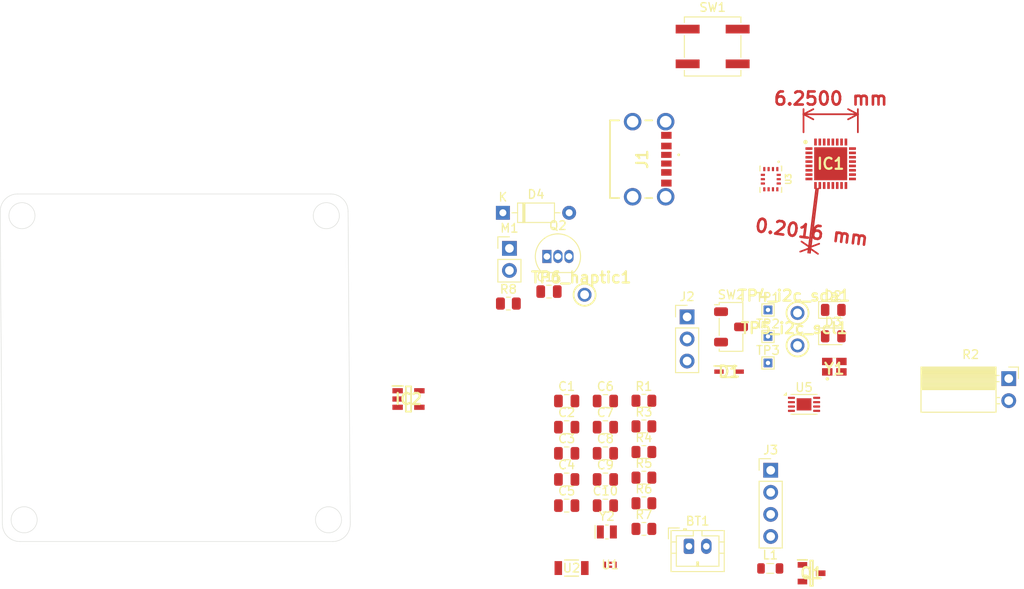
<source format=kicad_pcb>
(kicad_pcb (version 20240108) (generator "pcbnew") (generator_version "8.0")
  (layers (0 "F.Cu" signal) (31 "B.Cu" signal) (34 "B.Paste" user) (35 "F.Paste" user) (36 "B.SilkS" user "B.Silkscreen") (37 "F.SilkS" user "F.Silkscreen") (38 "B.Mask" user) (39 "F.Mask" user) (44 "Edge.Cuts" user))
  (net 0 "")
  (net 1 "GND")
  (net 2 "/VBAT+")
  (net 3 "/RCC_OSC32_IN")
  (net 4 "/RCC_OSC32_OUT")
  (net 5 "/NRST")
  (net 6 "/RF1")
  (net 7 "Net-(U1-IN)")
  (net 8 "Net-(D1-K)")
  (net 9 "Net-(IC1-VCAP)")
  (net 10 "+3.3V")
  (net 11 "/VBUS")
  (net 12 "Net-(D2-A)")
  (net 13 "Net-(D3-A)")
  (net 14 "/USART1_RX")
  (net 15 "/INT1")
  (net 17 "/LPUSART1_RX")
  (net 18 "/LED0")
  (net 19 "/LED1")
  (net 20 "/OSCIN")
  (net 22 "/STAT")
  (net 23 "/USART1_TX")
  (net 24 "/SWDIO")
  (net 26 "/OSCOUT")
  (net 27 "/ADC1_P")
  (net 28 "/SWCLK")
  (net 29 "/LPUSART1_TX")
  (net 30 "/I2C1_SDA")
  (net 31 "Net-(D4-A)")
  (net 32 "/I2C1_SCL")
  (net 33 "Net-(IC2-EN)")
  (net 36 "Net-(J1-CC2)")
  (net 38 "Net-(J1-CC1)")
  (net 41 "Net-(U5-PROG)")
  (net 42 "Net-(U1-OUT)")
  (net 52 "/HAPTIC")
  (net 53 "Net-(Q2-B)")
  (footprint "A_wearables:DLF-4_1P6X0P8" (layer "F.Cu") (at 129.9657 97.5493)
    (property "Reference" "U1" (at 0 0 0) (layer "F.SilkS"))
    (property "Value" "DLF162500LT-5028A1")
    (pad "1" smd rect (at -0.6096 0) (size 0.2794 0.7112) (layers "F.Cu" "F.Paste" "F.Mask") (net 7 "Net-(U1-IN)"))
    (pad "2" smd rect (at 0 -0.2286 90) (size 0.254 0.4572) (layers "F.Cu" "F.Paste" "F.Mask") (net 1 "GND"))
    (pad "3" smd rect (at 0.6096 0) (size 0.2794 0.7112) (layers "F.Cu" "F.Paste" "F.Mask") (net 42 "Net-(U1-OUT)"))
    (pad "4" smd rect (at 0 0.2286 90) (size 0.254 0.4572) (layers "F.Cu" "F.Paste" "F.Mask") (net 1 "GND"))
  )
  (footprint "Resistor_SMD:R_0805_2012Metric" (layer "F.Cu") (at 133.845 78.675)
    (property "Reference" "R1" (at 0 -1.65 0) (layer "F.SilkS"))
    (property "Value" "10k")
    (fp_line (start -0.227064 -0.735) (end 0.227064 -0.735) (stroke (width 0.12)) (layer "F.SilkS"))
    (fp_line (start -0.227064 0.735) (end 0.227064 0.735) (stroke (width 0.12)) (layer "F.SilkS"))
    (pad "1" smd roundrect (at -0.9125 0) (size 1.025 1.4) (layers "F.Cu" "F.Paste" "F.Mask") (roundrect_rratio 0.243902) (net 10 "+3.3V"))
    (pad "2" smd roundrect (at 0.9125 0) (size 1.025 1.4) (layers "F.Cu" "F.Paste" "F.Mask") (roundrect_rratio 0.243902) (net 27 "/ADC1_P"))
  )
  (footprint "Capacitor_SMD:C_0805_2012Metric" (layer "F.Cu") (at 122.93 66.11)
    (property "Reference" "C11" (at 0 -1.68 0) (layer "F.SilkS"))
    (property "Value" "0.1uF")
    (fp_line (start -0.261252 -0.735) (end 0.261252 -0.735) (stroke (width 0.12)) (layer "F.SilkS"))
    (fp_line (start -0.261252 0.735) (end 0.261252 0.735) (stroke (width 0.12)) (layer "F.SilkS"))
    (pad "1" smd roundrect (at -0.95 0) (size 1 1.45) (layers "F.Cu" "F.Paste" "F.Mask") (net 10 "+3.3V"))
    (pad "2" smd roundrect (at 0.95 0) (size 1 1.45) (layers "F.Cu" "F.Paste" "F.Mask") (net 31 "Net-(D4-A)"))
  )
  (footprint "Connector_PinHeader_2.54mm:PinHeader_1x04_P2.54mm_Vertical" (layer "F.Cu") (at 148.425 86.675)
    (property "Reference" "J3" (at 0 -2.33 0) (layer "F.SilkS"))
    (property "Value" "Conn_01x04")
    (fp_line (start -1.33 -1.33) (end 0 -1.33) (stroke (width 0.12)) (layer "F.SilkS"))
    (fp_line (start -1.33 0) (end -1.33 -1.33) (stroke (width 0.12)) (layer "F.SilkS"))
    (fp_line (start -1.33 1.27) (end -1.33 8.95) (stroke (width 0.12)) (layer "F.SilkS"))
    (fp_line (start -1.33 1.27) (end 1.33 1.27) (stroke (width 0.12)) (layer "F.SilkS"))
    (fp_line (start -1.33 8.95) (end 1.33 8.95) (stroke (width 0.12)) (layer "F.SilkS"))
    (fp_line (start 1.33 1.27) (end 1.33 8.95) (stroke (width 0.12)) (layer "F.SilkS"))
    (pad "1" thru_hole rect (at 0 0) (size 1.7 1.7) (drill 1) (layers "*.Cu" "*.Mask") (net 24 "/SWDIO"))
    (pad "2" thru_hole oval (at 0 2.54) (size 1.7 1.7) (drill 1) (layers "*.Cu" "*.Mask") (net 28 "/SWCLK"))
    (pad "3" thru_hole oval (at 0 5.08) (size 1.7 1.7) (drill 1) (layers "*.Cu" "*.Mask") (net 10 "+3.3V"))
    (pad "4" thru_hole oval (at 0 7.62) (size 1.7 1.7) (drill 1) (layers "*.Cu" "*.Mask") (net 1 "GND"))
  )
  (footprint "A_wearables:5000" (layer "F.Cu") (at 151.51 72.31)
    (property "Reference" "TP5_i2c_scl1" (at -0.392 -1.99 0) (layer "F.SilkS") (effects (font (size 1.27 1.27) (thickness 0.254))))
    (property "Value" "TestPoint" (hide yes))
    (fp_circle (center 0 0) (end 0 1.27) (stroke (width 0.2)) (fill none) (layer "F.SilkS"))
    (pad "1" thru_hole circle (at 0 0) (size 1.6 1.6) (drill 1.02) (layers "*.Cu" "*.Mask") (net 32 "/I2C1_SCL"))
  )
  (footprint "LED_SMD:LED_0805_2012Metric" (layer "F.Cu") (at 155.625 68.22)
    (property "Reference" "D2" (at 0 -1.65 0) (layer "F.SilkS"))
    (property "Value" "LED")
    (fp_line (start -1.685 -0.96) (end -1.685 0.96) (stroke (width 0.12)) (layer "F.SilkS"))
    (fp_line (start -1.685 0.96) (end 1 0.96) (stroke (width 0.12)) (layer "F.SilkS"))
    (fp_line (start 1 -0.96) (end -1.685 -0.96) (stroke (width 0.12)) (layer "F.SilkS"))
    (pad "1" smd roundrect (at -0.9375 0) (size 0.975 1.4) (layers "F.Cu" "F.Paste" "F.Mask") (net 1 "GND"))
    (pad "2" smd roundrect (at 0.9375 0) (size 0.975 1.4) (layers "F.Cu" "F.Paste" "F.Mask") (net 12 "Net-(D2-A)"))
  )
  (footprint "Capacitor_SMD:C_0805_2012Metric" (layer "F.Cu") (at 129.415 81.715)
    (property "Reference" "C7" (at 0 -1.68 0) (layer "F.SilkS"))
    (property "Value" "0.1uF")
    (fp_line (start -0.261252 -0.735) (end 0.261252 -0.735) (stroke (width 0.12)) (layer "F.SilkS"))
    (fp_line (start -0.261252 0.735) (end 0.261252 0.735) (stroke (width 0.12)) (layer "F.SilkS"))
    (pad "1" smd roundrect (at -0.95 0) (size 1 1.45) (layers "F.Cu" "F.Paste" "F.Mask") (net 1 "GND"))
    (pad "2" smd roundrect (at 0.95 0) (size 1 1.45) (layers "F.Cu" "F.Paste" "F.Mask") (net 9 "Net-(IC1-VCAP)"))
  )
  (footprint "Diode_THT:D_DO-35_SOD27_P7.62mm_Horizontal" (layer "F.Cu") (at 117.63 57.04)
    (property "Reference" "D4" (at 3.81 -2.12 0) (layer "F.SilkS"))
    (property "Value" "1N4148")
    (fp_line (start 1.04 0) (end 1.69 0) (stroke (width 0.12)) (layer "F.SilkS"))
    (fp_line (start 1.69 -1.12) (end 1.69 1.12) (stroke (width 0.12)) (layer "F.SilkS"))
    (fp_line (start 1.69 1.12) (end 5.93 1.12) (stroke (width 0.12)) (layer "F.SilkS"))
    (fp_line (start 2.29 -1.12) (end 2.29 1.12) (stroke (width 0.12)) (layer "F.SilkS"))
    (fp_line (start 2.41 -1.12) (end 2.41 1.12) (stroke (width 0.12)) (layer "F.SilkS"))
    (fp_line (start 2.53 -1.12) (end 2.53 1.12) (stroke (width 0.12)) (layer "F.SilkS"))
    (fp_line (start 5.93 -1.12) (end 1.69 -1.12) (stroke (width 0.12)) (layer "F.SilkS"))
    (fp_line (start 5.93 1.12) (end 5.93 -1.12) (stroke (width 0.12)) (layer "F.SilkS"))
    (fp_line (start 6.58 0) (end 5.93 0) (stroke (width 0.12)) (layer "F.SilkS"))
    (fp_text user "K" (at 0 -1.8 0) (layer "F.SilkS"))
    (pad "1" thru_hole rect (at 0 0) (size 1.6 1.6) (drill 0.8) (layers "*.Cu" "*.Mask") (net 10 "+3.3V"))
    (pad "2" thru_hole oval (at 7.62 0) (size 1.6 1.6) (drill 0.8) (layers "*.Cu" "*.Mask") (net 31 "Net-(D4-A)"))
  )
  (footprint "Connector_PinSocket_2.54mm:PinSocket_1x02_P2.54mm_Horizontal" (layer "F.Cu") (at 175.8 76.125)
    (property "Reference" "R2" (at -4.38 -2.77 0) (layer "F.SilkS"))
    (property "Value" "R_Variable")
    (fp_line (start -10.09 -1.33) (end -10.09 3.87) (stroke (width 0.12)) (layer "F.SilkS"))
    (fp_line (start -10.09 -1.33) (end -1.46 -1.33) (stroke (width 0.12)) (layer "F.SilkS"))
    (fp_line (start -10.09 -1.21) (end -1.46 -1.21) (stroke (width 0.12)) (layer "F.SilkS"))
    (fp_line (start -10.09 -1.091905) (end -1.46 -1.091905) (stroke (width 0.12)) (layer "F.SilkS"))
    (fp_line (start -10.09 -0.97381) (end -1.46 -0.97381) (stroke (width 0.12)) (layer "F.SilkS"))
    (fp_line (start -10.09 -0.855715) (end -1.46 -0.855715) (stroke (width 0.12)) (layer "F.SilkS"))
    (fp_line (start -10.09 -0.73762) (end -1.46 -0.73762) (stroke (width 0.12)) (layer "F.SilkS"))
    (fp_line (start -10.09 -0.619525) (end -1.46 -0.619525) (stroke (width 0.12)) (layer "F.SilkS"))
    (fp_line (start -10.09 -0.50143) (end -1.46 -0.50143) (stroke (width 0.12)) (layer "F.SilkS"))
    (fp_line (start -10.09 -0.383335) (end -1.46 -0.383335) (stroke (width 0.12)) (layer "F.SilkS"))
    (fp_line (start -10.09 -0.26524) (end -1.46 -0.26524) (stroke (width 0.12)) (layer "F.SilkS"))
    (fp_line (start -10.09 -0.147145) (end -1.46 -0.147145) (stroke (width 0.12)) (layer "F.SilkS"))
    (fp_line (start -10.09 -0.02905) (end -1.46 -0.02905) (stroke (width 0.12)) (layer "F.SilkS"))
    (fp_line (start -10.09 0.089045) (end -1.46 0.089045) (stroke (width 0.12)) (layer "F.SilkS"))
    (fp_line (start -10.09 0.20714) (end -1.46 0.20714) (stroke (width 0.12)) (layer "F.SilkS"))
    (fp_line (start -10.09 0.325235) (end -1.46 0.325235) (stroke (width 0.12)) (layer "F.SilkS"))
    (fp_line (start -10.09 0.44333) (end -1.46 0.44333) (stroke (width 0.12)) (layer "F.SilkS"))
    (fp_line (start -10.09 0.561425) (end -1.46 0.561425) (stroke (width 0.12)) (layer "F.SilkS"))
    (fp_line (start -10.09 0.67952) (end -1.46 0.67952) (stroke (width 0.12)) (layer "F.SilkS"))
    (fp_line (start -10.09 0.797615) (end -1.46 0.797615) (stroke (width 0.12)) (layer "F.SilkS"))
    (fp_line (start -10.09 0.91571) (end -1.46 0.91571) (stroke (width 0.12)) (layer "F.SilkS"))
    (fp_line (start -10.09 1.033805) (end -1.46 1.033805) (stroke (width 0.12)) (layer "F.SilkS"))
    (fp_line (start -10.09 1.1519) (end -1.46 1.1519) (stroke (width 0.12)) (layer "F.SilkS"))
    (fp_line (start -10.09 1.27) (end -1.46 1.27) (stroke (width 0.12)) (layer "F.SilkS"))
    (fp_line (start -10.09 3.87) (end -1.46 3.87) (stroke (width 0.12)) (layer "F.SilkS"))
    (fp_line (start -1.46 -1.33) (end -1.46 3.87) (stroke (width 0.12)) (layer "F.SilkS"))
    (fp_line (start -1.46 -0.36) (end -1.11 -0.36) (stroke (width 0.12)) (layer "F.SilkS"))
    (fp_line (start -1.46 0.36) (end -1.11 0.36) (stroke (width 0.12)) (layer "F.SilkS"))
    (fp_line (start -1.46 2.18) (end -1.05 2.18) (stroke (width 0.12)) (layer "F.SilkS"))
    (fp_line (start -1.46 2.9) (end -1.05 2.9) (stroke (width 0.12)) (layer "F.SilkS"))
    (fp_line (start 0 -1.33) (end 1.11 -1.33) (stroke (width 0.12)) (layer "F.SilkS"))
    (fp_line (start 1.11 -1.33) (end 1.11 0) (stroke (width 0.12)) (layer "F.SilkS"))
    (pad "1" thru_hole rect (at 0 0) (size 1.7 1.7) (drill 1) (layers "*.Cu" "*.Mask") (net 27 "/ADC1_P"))
    (pad "2" thru_hole oval (at 0 2.54) (size 1.7 1.7) (drill 1) (layers "*.Cu" "*.Mask") (net 1 "GND"))
  )
  (footprint "Resistor_SMD:R_0805_2012Metric" (layer "F.Cu") (at 133.845 90.475)
    (property "Reference" "R6" (at 0 -1.65 0) (layer "F.SilkS"))
    (property "Value" "300")
    (fp_line (start -0.227064 -0.735) (end 0.227064 -0.735) (stroke (width 0.12)) (layer "F.SilkS"))
    (fp_line (start -0.227064 0.735) (end 0.227064 0.735) (stroke (width 0.12)) (layer "F.SilkS"))
    (pad "1" smd roundrect (at -0.9125 0) (size 1.025 1.4) (layers "F.Cu" "F.Paste" "F.Mask") (roundrect_rratio 0.243902) (net 19 "/LED1"))
    (pad "2" smd roundrect (at 0.9125 0) (size 1.025 1.4) (layers "F.Cu" "F.Paste" "F.Mask") (roundrect_rratio 0.243902) (net 12 "Net-(D2-A)"))
  )
  (footprint "Capacitor_SMD:C_0805_2012Metric" (layer "F.Cu") (at 129.415 90.745)
    (property "Reference" "C10" (at 0 -1.68 0) (layer "F.SilkS"))
    (property "Value" "0.1uF")
    (fp_line (start -0.261252 -0.735) (end 0.261252 -0.735) (stroke (width 0.12)) (layer "F.SilkS"))
    (fp_line (start -0.261252 0.735) (end 0.261252 0.735) (stroke (width 0.12)) (layer "F.SilkS"))
    (pad "1" smd roundrect (at -0.95 0) (size 1 1.45) (layers "F.Cu" "F.Paste" "F.Mask") (net 10 "+3.3V"))
    (pad "2" smd roundrect (at 0.95 0) (size 1 1.45) (layers "F.Cu" "F.Paste" "F.Mask") (net 1 "GND"))
  )
  (footprint "Button_Switch_SMD:SW_SPST_B3SL-1002P" (layer "F.Cu") (at 141.75 37.9)
    (property "Reference" "SW1" (at 0 -4.5 0) (layer "F.SilkS"))
    (property "Value" "Reset")
    (fp_line (start -3.25 -3.4) (end -3.25 -2.75) (stroke (width 0.12)) (layer "F.SilkS"))
    (fp_line (start -3.25 -1.25) (end -3.25 1.25) (stroke (width 0.12)) (layer "F.SilkS"))
    (fp_line (start -3.25 3.4) (end -3.25 2.75) (stroke (width 0.12)) (layer "F.SilkS"))
    (fp_line (start 3.25 -3.4) (end -3.25 -3.4) (stroke (width 0.12)) (layer "F.SilkS"))
    (fp_line (start 3.25 -2.75) (end 3.25 -3.4) (stroke (width 0.12)) (layer "F.SilkS"))
    (fp_line (start 3.25 -1.25) (end 3.25 1.25) (stroke (width 0.12)) (layer "F.SilkS"))
    (fp_line (start 3.25 2.75) (end 3.25 3.4) (stroke (width 0.12)) (layer "F.SilkS"))
    (fp_line (start 3.25 3.4) (end -3.25 3.4) (stroke (width 0.12)) (layer "F.SilkS"))
    (pad "1" smd rect (at -2.875 -2) (size 2.75 1) (layers "F.Cu" "F.Paste" "F.Mask") (net 5 "/NRST"))
    (pad "1" smd rect (at 2.875 -2) (size 2.75 1) (layers "F.Cu" "F.Paste" "F.Mask") (net 5 "/NRST"))
    (pad "2" smd rect (at -2.875 2) (size 2.75 1) (layers "F.Cu" "F.Paste" "F.Mask") (net 1 "GND"))
    (pad "2" smd rect (at 2.875 2) (size 2.75 1) (layers "F.Cu" "F.Paste" "F.Mask") (net 1 "GND"))
  )
  (footprint "Connector_PinHeader_2.54mm:PinHeader_1x03_P2.54mm_Vertical" (layer "F.Cu") (at 138.815 69.025)
    (property "Reference" "J2" (at 0 -2.33 0) (layer "F.SilkS"))
    (property "Value" "Conn_01x03")
    (fp_line (start -1.33 -1.33) (end 0 -1.33) (stroke (width 0.12)) (layer "F.SilkS"))
    (fp_line (start -1.33 0) (end -1.33 -1.33) (stroke (width 0.12)) (layer "F.SilkS"))
    (fp_line (start -1.33 1.27) (end -1.33 6.41) (stroke (width 0.12)) (layer "F.SilkS"))
    (fp_line (start -1.33 1.27) (end 1.33 1.27) (stroke (width 0.12)) (layer "F.SilkS"))
    (fp_line (start -1.33 6.41) (end 1.33 6.41) (stroke (width 0.12)) (layer "F.SilkS"))
    (fp_line (start 1.33 1.27) (end 1.33 6.41) (stroke (width 0.12)) (layer "F.SilkS"))
    (pad "1" thru_hole rect (at 0 0) (size 1.7 1.7) (drill 1) (layers "*.Cu" "*.Mask") (net 23 "/USART1_TX"))
    (pad "2" thru_hole oval (at 0 2.54) (size 1.7 1.7) (drill 1) (layers "*.Cu" "*.Mask") (net 14 "/USART1_RX"))
    (pad "3" thru_hole oval (at 0 5.08) (size 1.7 1.7) (drill 1) (layers "*.Cu" "*.Mask") (net 1 "GND"))
  )
  (footprint "Resistor_SMD:R_0805_2012Metric" (layer "F.Cu") (at 133.845 84.575)
    (property "Reference" "R4" (at 0 -1.65 0) (layer "F.SilkS"))
    (property "Value" "5.1k")
    (fp_line (start -0.227064 -0.735) (end 0.227064 -0.735) (stroke (width 0.12)) (layer "F.SilkS"))
    (fp_line (start -0.227064 0.735) (end 0.227064 0.735) (stroke (width 0.12)) (layer "F.SilkS"))
    (pad "1" smd roundrect (at -0.9125 0) (size 1.025 1.4) (layers "F.Cu" "F.Paste" "F.Mask") (roundrect_rratio 0.243902) (net 38 "Net-(J1-CC1)"))
    (pad "2" smd roundrect (at 0.9125 0) (size 1.025 1.4) (layers "F.Cu" "F.Paste" "F.Mask") (roundrect_rratio 0.243902) (net 1 "GND"))
  )
  (footprint "Connector_JST:JST_PH_B2B-PH-K_1x02_P2.00mm_Vertical" (layer "F.Cu") (at 139.025 95.425)
    (property "Reference" "BT1" (at 1 -2.9 0) (layer "F.SilkS"))
    (property "Value" "Battery_Cell")
    (fp_line (start -2.36 -2.11) (end -2.36 -0.86) (stroke (width 0.12)) (layer "F.SilkS"))
    (fp_line (start -2.06 -1.81) (end -2.06 2.91) (stroke (width 0.12)) (layer "F.SilkS"))
    (fp_line (start -2.06 -0.5) (end -1.45 -0.5) (stroke (width 0.12)) (layer "F.SilkS"))
    (fp_line (start -2.06 0.8) (end -1.45 0.8) (stroke (width 0.12)) (layer "F.SilkS"))
    (fp_line (start -2.06 2.91) (end 4.06 2.91) (stroke (width 0.12)) (layer "F.SilkS"))
    (fp_line (start -1.45 -1.2) (end -1.45 2.3) (stroke (width 0.12)) (layer "F.SilkS"))
    (fp_line (start -1.45 2.3) (end 3.45 2.3) (stroke (width 0.12)) (layer "F.SilkS"))
    (fp_line (start -1.11 -2.11) (end -2.36 -2.11) (stroke (width 0.12)) (layer "F.SilkS"))
    (fp_line (start -0.6 -2.01) (end -0.6 -1.81) (stroke (width 0.12)) (layer "F.SilkS"))
    (fp_line (start -0.3 -2.01) (end -0.6 -2.01) (stroke (width 0.12)) (layer "F.SilkS"))
    (fp_line (start -0.3 -1.91) (end -0.6 -1.91) (stroke (width 0.12)) (layer "F.SilkS"))
    (fp_line (start -0.3 -1.81) (end -0.3 -2.01) (stroke (width 0.12)) (layer "F.SilkS"))
    (fp_line (start 0.5 -1.81) (end 0.5 -1.2) (stroke (width 0.12)) (layer "F.SilkS"))
    (fp_line (start 0.5 -1.2) (end -1.45 -1.2) (stroke (width 0.12)) (layer "F.SilkS"))
    (fp_line (start 0.9 1.8) (end 1.1 1.8) (stroke (width 0.12)) (layer "F.SilkS"))
    (fp_line (start 0.9 2.3) (end 0.9 1.8) (stroke (width 0.12)) (layer "F.SilkS"))
    (fp_line (start 1 2.3) (end 1 1.8) (stroke (width 0.12)) (layer "F.SilkS"))
    (fp_line (start 1.1 1.8) (end 1.1 2.3) (stroke (width 0.12)) (layer "F.SilkS"))
    (fp_line (start 1.5 -1.2) (end 1.5 -1.81) (stroke (width 0.12)) (layer "F.SilkS"))
    (fp_line (start 3.45 -1.2) (end 1.5 -1.2) (stroke (width 0.12)) (layer "F.SilkS"))
    (fp_line (start 3.45 2.3) (end 3.45 -1.2) (stroke (width 0.12)) (layer "F.SilkS"))
    (fp_line (start 4.06 -1.81) (end -2.06 -1.81) (stroke (width 0.12)) (layer "F.SilkS"))
    (fp_line (start 4.06 -0.5) (end 3.45 -0.5) (stroke (width 0.12)) (layer "F.SilkS"))
    (fp_line (start 4.06 0.8) (end 3.45 0.8) (stroke (width 0.12)) (layer "F.SilkS"))
    (fp_line (start 4.06 2.91) (end 4.06 -1.81) (stroke (width 0.12)) (layer "F.SilkS"))
    (pad "1" thru_hole roundrect (at 0 0) (size 1.2 1.75) (drill 0.75) (layers "*.Cu" "*.Mask") (roundrect_rratio 0.208333) (net 2 "/VBAT+"))
    (pad "2" thru_hole oval (at 2 0) (size 1.2 1.75) (drill 0.75) (layers "*.Cu" "*.Mask") (net 1 "GND"))
  )
  (footprint "Crystal:Crystal_SMD_MicroCrystal_CC8V-T1A-2Pin_2.0x1.2mm" (layer "F.Cu") (at 129.585 93.775)
    (property "Reference" "Y2" (at 0 -1.8 0) (layer "F.SilkS"))
    (property "Value" "Crystal")
    (fp_line (start -1.35 -0.75) (end -1.35 0.75) (stroke (width 0.12)) (layer "F.SilkS"))
    (fp_line (start -0.15 -0.8) (end 0.15 -0.8) (stroke (width 0.12)) (layer "F.SilkS"))
    (fp_line (start -0.15 0.8) (end 0.15 0.8) (stroke (width 0.12)) (layer "F.SilkS"))
    (pad "1" smd rect (at -0.75 0) (size 0.8 1.5) (layers "F.Cu" "F.Paste" "F.Mask") (net 3 "/RCC_OSC32_IN"))
    (pad "2" smd rect (at 0.75 0) (size 0.8 1.5) (layers "F.Cu" "F.Paste" "F.Mask") (net 4 "/RCC_OSC32_OUT"))
  )
  (footprint "TestPoint:TestPoint_THTPad_1.0x1.0mm_Drill0.5mm" (layer "F.Cu") (at 148.115 74.325)
    (property "Reference" "TP3" (at 0 -1.448 0) (layer "F.SilkS"))
    (property "Value" "TestPoint")
    (fp_line (start -0.7 -0.7) (end 0.7 -0.7) (stroke (width 0.12)) (layer "F.SilkS"))
    (fp_line (start -0.7 0.7) (end -0.7 -0.7) (stroke (width 0.12)) (layer "F.SilkS"))
    (fp_line (start 0.7 -0.7) (end 0.7 0.7) (stroke (width 0.12)) (layer "F.SilkS"))
    (fp_line (start 0.7 0.7) (end -0.7 0.7) (stroke (width 0.12)) (layer "F.SilkS"))
    (pad "1" thru_hole rect (at 0 0) (size 1 1) (drill 0.5) (layers "*.Cu" "*.Mask") (net 8 "Net-(D1-K)"))
  )
  (footprint "Resistor_SMD:R_0805_2012Metric" (layer "F.Cu") (at 133.845 93.425)
    (property "Reference" "R7" (at 0 -1.65 0) (layer "F.SilkS"))
    (property "Value" "300")
    (fp_line (start -0.227064 -0.735) (end 0.227064 -0.735) (stroke (width 0.12)) (layer "F.SilkS"))
    (fp_line (start -0.227064 0.735) (end 0.227064 0.735) (stroke (width 0.12)) (layer "F.SilkS"))
    (pad "1" smd roundrect (at -0.9125 0) (size 1.025 1.4) (layers "F.Cu" "F.Paste" "F.Mask") (roundrect_rratio 0.243902) (net 18 "/LED0"))
    (pad "2" smd roundrect (at 0.9125 0) (size 1.025 1.4) (layers "F.Cu" "F.Paste" "F.Mask") (roundrect_rratio 0.243902) (net 13 "Net-(D3-A)"))
  )
  (footprint "Capacitor_SMD:C_0805_2012Metric" (layer "F.Cu") (at 129.415 84.725)
    (property "Reference" "C8" (at 0 -1.68 0) (layer "F.SilkS"))
    (property "Value" "4.7uF")
    (fp_line (start -0.261252 -0.735) (end 0.261252 -0.735) (stroke (width 0.12)) (layer "F.SilkS"))
    (fp_line (start -0.261252 0.735) (end 0.261252 0.735) (stroke (width 0.12)) (layer "F.SilkS"))
    (pad "1" smd roundrect (at -0.95 0) (size 1 1.45) (layers "F.Cu" "F.Paste" "F.Mask") (net 10 "+3.3V"))
    (pad "2" smd roundrect (at 0.95 0) (size 1 1.45) (layers "F.Cu" "F.Paste" "F.Mask") (net 1 "GND"))
  )
  (footprint "LED_SMD:LED_0805_2012Metric" (layer "F.Cu") (at 155.625 71.26)
    (property "Reference" "D3" (at 0 -1.65 0) (layer "F.SilkS"))
    (property "Value" "LED")
    (fp_line (start -1.685 -0.96) (end -1.685 0.96) (stroke (width 0.12)) (layer "F.SilkS"))
    (fp_line (start -1.685 0.96) (end 1 0.96) (stroke (width 0.12)) (layer "F.SilkS"))
    (fp_line (start 1 -0.96) (end -1.685 -0.96) (stroke (width 0.12)) (layer "F.SilkS"))
    (pad "1" smd roundrect (at -0.9375 0) (size 0.975 1.4) (layers "F.Cu" "F.Paste" "F.Mask") (net 1 "GND"))
    (pad "2" smd roundrect (at 0.9375 0) (size 0.975 1.4) (layers "F.Cu" "F.Paste" "F.Mask") (net 13 "Net-(D3-A)"))
  )
  (footprint "Resistor_SMD:R_0805_2012Metric" (layer "F.Cu") (at 133.845 81.625)
    (property "Reference" "R3" (at 0 -1.65 0) (layer "F.SilkS"))
    (property "Value" "10k")
    (fp_line (start -0.227064 -0.735) (end 0.227064 -0.735) (stroke (width 0.12)) (layer "F.SilkS"))
    (fp_line (start -0.227064 0.735) (end 0.227064 0.735) (stroke (width 0.12)) (layer "F.SilkS"))
    (pad "1" smd roundrect (at -0.9125 0) (size 1.025 1.4) (layers "F.Cu" "F.Paste" "F.Mask") (roundrect_rratio 0.243902) (net 41 "Net-(U5-PROG)"))
    (pad "2" smd roundrect (at 0.9125 0) (size 1.025 1.4) (layers "F.Cu" "F.Paste" "F.Mask") (roundrect_rratio 0.243902) (net 1 "GND"))
  )
  (footprint "A_wearables:2450AT18A100E_JOT" (layer "F.Cu") (at 125.525801 97.9303)
    (property "Reference" "U2" (at 0 0 0) (layer "F.SilkS"))
    (property "Value" "2450AT18A100E")
    (fp_line (start -0.784451 0.9271) (end 0.784451 0.9271) (stroke (width 0.1524)) (layer "F.SilkS"))
    (fp_line (start 0.784451 -0.9271) (end -0.784451 -0.9271) (stroke (width 0.1524)) (layer "F.SilkS"))
    (pad "1" smd rect (at -1.523801 0) (size 0.8636 1.6002) (layers "F.Cu" "F.Paste" "F.Mask") (net 42 "Net-(U1-OUT)"))
    (pad "2" smd rect (at 1.523801 0) (size 0.8636 1.6002) (layers "F.Cu" "F.Paste" "F.Mask"))
  )
  (footprint "Capacitor_SMD:C_0805_2012Metric" (layer "F.Cu") (at 124.965 87.735)
    (property "Reference" "C4" (at 0 -1.68 0) (layer "F.SilkS"))
    (property "Value" "0.8pF")
    (fp_line (start -0.261252 -0.735) (end 0.261252 -0.735) (stroke (width 0.12)) (layer "F.SilkS"))
    (fp_line (start -0.261252 0.735) (end 0.261252 0.735) (stroke (width 0.12)) (layer "F.SilkS"))
    (pad "1" smd roundrect (at -0.95 0) (size 1 1.45) (layers "F.Cu" "F.Paste" "F.Mask") (net 6 "/RF1"))
    (pad "2" smd roundrect (at 0.95 0) (size 1 1.45) (layers "F.Cu" "F.Paste" "F.Mask") (net 1 "GND"))
  )
  (footprint "A_wearables:2171750001" (layer "F.Cu") (at 133.3975 50.875 -90)
    (property "Reference" "J1" (at 0 -0.252 90) (layer "F.SilkS") (effects (font (size 1.27 1.27) (thickness 0.254))))
    (property "Value" "217175-0001" (hide yes))
    (fp_line (start -4.47 3.45) (end 4.47 3.45) (stroke (width 0.2)) (layer "F.SilkS"))
    (fp_line (start 4.47 3.45) (end 4.47 2.4) (stroke (width 0.2)) (layer "F.SilkS"))
    (fp_line (start -4.47 2.4) (end -4.47 3.45) (stroke (width 0.2)) (layer "F.SilkS"))
    (fp_line (start -4.47 -1.4) (end -4.47 -0.6) (stroke (width 0.2)) (layer "F.SilkS"))
    (fp_line (start 4.47 -1.4) (end 4.47 -0.6) (stroke (width 0.2)) (layer "F.SilkS"))
    (fp_line (start -0.5 -4.4) (end -0.5 -4.4) (stroke (width 0.2)) (layer "F.SilkS"))
    (fp_line (start -0.5 -4.5) (end -0.5 -4.5) (stroke (width 0.2)) (layer "F.SilkS"))
    (fp_line (start -0.5 -4.5) (end -0.5 -4.5) (stroke (width 0.2)) (layer "F.SilkS"))
    (fp_arc (start -0.5 -4.4) (mid -0.55 -4.45) (end -0.5 -4.5) (stroke (width 0.2)) (layer "F.SilkS"))
    (fp_arc (start -0.5 -4.4) (mid -0.55 -4.45) (end -0.5 -4.5) (stroke (width 0.2)) (layer "F.SilkS"))
    (fp_arc (start -0.5 -4.5) (mid -0.45 -4.45) (end -0.5 -4.4) (stroke (width 0.2)) (layer "F.SilkS"))
    (pad "A5" smd rect (at -0.5 -3.03 270) (size 0.7 1.2) (layers "F.Cu" "F.Paste" "F.Mask") (net 38 "Net-(J1-CC1)"))
    (pad "A9" smd rect (at 1.52 -3.03 270) (size 0.76 1.2) (layers "F.Cu" "F.Paste" "F.Mask") (net 11 "/VBUS"))
    (pad "A12" smd rect (at 2.75 -3.03 270) (size 0.8 1.2) (layers "F.Cu" "F.Paste" "F.Mask") (net 1 "GND"))
    (pad "B5" smd rect (at 0.5 -3.03 270) (size 0.7 1.2) (layers "F.Cu" "F.Paste" "F.Mask") (net 36 "Net-(J1-CC2)"))
    (pad "B9" smd rect (at -1.52 -3.03 270) (size 0.76 1.2) (layers "F.Cu" "F.Paste" "F.Mask") (net 11 "/VBUS"))
    (pad "B12" smd rect (at -2.75 -3.03 270) (size 0.8 1.2) (layers "F.Cu" "F.Paste" "F.Mask") (net 1 "GND"))
    (pad "MH1" thru_hole circle (at -4.32 0.85 270) (size 2.01 2.01) (drill 1.34) (layers "*.Cu" "*.Mask"))
    (pad "MH2" thru_hole circle (at 4.32 0.85 270) (size 2.01 2.01) (drill 1.34) (layers "*.Cu" "*.Mask"))
    (pad "MH3" thru_hole circle (at -4.32 -2.95 270) (size 2.01 2.01) (drill 1.34) (layers "*.Cu" "*.Mask"))
    (pad "MH4" thru_hole circle (at 4.32 -2.95 270) (size 2.01 2.01) (drill 1.34) (layers "*.Cu" "*.Mask"))
  )
  (footprint "A_wearables:XDCR_BMI270" (layer "F.Cu") (at 148.4375 53.175 -90)
    (property "Reference" "U3" (at -0.008 -2.0314 90) (layer "F.SilkS") (effects (font (size 0.64 0.64))))
    (property "Value" "BMI270")
    (fp_line (start -1.5 1.25) (end -0.945 1.25) (stroke (width 0.127)) (layer "F.SilkS"))
    (fp_line (start 0.945 1.25) (end 1.5 1.25) (stroke (width 0.127)) (layer "F.SilkS"))
    (fp_line (start -1.5 1.195) (end -1.5 1.25) (stroke (width 0.127)) (layer "F.SilkS"))
    (fp_line (start 1.5 1.195) (end 1.5 1.25) (stroke (width 0.127)) (layer "F.SilkS"))
    (fp_line (start -1.5 -1.25) (end -1.5 -1.195) (stroke (width 0.127)) (layer "F.SilkS"))
    (fp_line (start -1.5 -1.25) (end -0.945 -1.25) (stroke (width 0.127)) (layer "F.SilkS"))
    (fp_line (start 0.945 -1.25) (end 1.5 -1.25) (stroke (width 0.127)) (layer "F.SilkS"))
    (fp_line (start 1.5 -1.25) (end 1.5 -1.195) (stroke (width 0.127)) (layer "F.SilkS"))
    (fp_circle (center -2 -0.9) (end -1.925 -0.9) (stroke (width 0.15)) (fill none) (layer "F.SilkS"))
    (pad "1" smd rect (at -1.1625 -0.75 270) (size 0.475 0.25) (layers "F.Cu" "F.Paste" "F.Mask"))
    (pad "2" smd rect (at -1.1625 -0.25 270) (size 0.475 0.25) (layers "F.Cu" "F.Paste" "F.Mask"))
    (pad "3" smd rect (at -1.1625 0.25 270) (size 0.475 0.25) (layers "F.Cu" "F.Paste" "F.Mask"))
    (pad "4" smd rect (at -1.1625 0.75 270) (size 0.475 0.25) (layers "F.Cu" "F.Paste" "F.Mask") (net 15 "/INT1"))
    (pad "5" smd rect (at -0.5 0.9125 270) (size 0.25 0.475) (layers "F.Cu" "F.Paste" "F.Mask") (net 10 "+3.3V"))
    (pad "6" smd rect (at 0 0.9125 270) (size 0.25 0.475) (layers "F.Cu" "F.Paste" "F.Mask") (net 1 "GND"))
    (pad "7" smd rect (at 0.5 0.9125 270) (size 0.25 0.475) (layers "F.Cu" "F.Paste" "F.Mask") (net 1 "GND"))
    (pad "8" smd rect (at 1.1625 0.75 270) (size 0.475 0.25) (layers "F.Cu" "F.Paste" "F.Mask") (net 10 "+3.3V"))
    (pad "9" smd rect (at 1.1625 0.25 270) (size 0.475 0.25) (layers "F.Cu" "F.Paste" "F.Mask"))
    (pad "10" smd rect (at 1.1625 -0.25 270) (size 0.475 0.25) (layers "F.Cu" "F.Paste" "F.Mask"))
    (pad "11" smd rect (at 1.1625 -0.75 270) (size 0.475 0.25) (layers "F.Cu" "F.Paste" "F.Mask"))
    (pad "12" smd rect (at 0.5 -0.9125 270) (size 0.25 0.475) (layers "F.Cu" "F.Paste" "F.Mask"))
    (pad "13" smd rect (at 0 -0.9125 270) (size 0.25 0.475) (layers "F.Cu" "F.Paste" "F.Mask") (net 32 "/I2C1_SCL"))
    (pad "14" smd rect (at -0.5 -0.9125 270) (size 0.25 0.475) (layers "F.Cu" "F.Paste" "F.Mask") (net 30 "/I2C1_SDA"))
  )
  (footprint "A_wearables:SOT95P280X145-5N" (layer "F.Cu") (at 106.775 78.475)
    (property "Reference" "IC2" (at 0 0 0) (layer "F.SilkS") (effects (font (size 1.27 1.27) (thickness 0.254))))
    (property "Value" "TPS7A0228PDBVR" (hide yes))
    (fp_line (start -1.85 -1.5) (end -0.65 -1.5) (stroke (width 0.2)) (layer "F.SilkS"))
    (fp_line (start -0.3 -1.45) (end 0.3 -1.45) (stroke (width 0.2)) (layer "F.SilkS"))
    (fp_line (start -0.3 1.45) (end -0.3 -1.45) (stroke (width 0.2)) (layer "F.SilkS"))
    (fp_line (start 0.3 -1.45) (end 0.3 1.45) (stroke (width 0.2)) (layer "F.SilkS"))
    (fp_line (start 0.3 1.45) (end -0.3 1.45) (stroke (width 0.2)) (layer "F.SilkS"))
    (pad "1" smd rect (at -1.25 -0.95 90) (size 0.6 1.2) (layers "F.Cu" "F.Paste" "F.Mask") (net 8 "Net-(D1-K)"))
    (pad "2" smd rect (at -1.25 0 90) (size 0.6 1.2) (layers "F.Cu" "F.Paste" "F.Mask") (net 1 "GND"))
    (pad "3" smd rect (at -1.25 0.95 90) (size 0.6 1.2) (layers "F.Cu" "F.Paste" "F.Mask") (net 8 "Net-(D1-K)"))
    (pad "4" smd rect (at 1.25 0.95 90) (size 0.6 1.2) (layers "F.Cu" "F.Paste" "F.Mask"))
    (pad "5" smd rect (at 1.25 -0.95 90) (size 0.6 1.2) (layers "F.Cu" "F.Paste" "F.Mask") (net 10 "+3.3V"))
  )
  (footprint "TestPoint:TestPoint_THTPad_1.0x1.0mm_Drill0.5mm" (layer "F.Cu") (at 148.115 71.275)
    (property "Reference" "TP2" (at 0 -1.448 0) (layer "F.SilkS"))
    (property "Value" "TestPoint")
    (fp_line (start -0.7 -0.7) (end 0.7 -0.7) (stroke (width 0.12)) (layer "F.SilkS"))
    (fp_line (start -0.7 0.7) (end -0.7 -0.7) (stroke (width 0.12)) (layer "F.SilkS"))
    (fp_line (start 0.7 -0.7) (end 0.7 0.7) (stroke (width 0.12)) (layer "F.SilkS"))
    (fp_line (start 0.7 0.7) (end -0.7 0.7) (stroke (width 0.12)) (layer "F.SilkS"))
    (pad "1" thru_hole rect (at 0 0) (size 1 1) (drill 0.5) (layers "*.Cu" "*.Mask") (net 2 "/VBAT+"))
  )
  (footprint "Capacitor_SMD:C_0805_2012Metric" (layer "F.Cu") (at 124.965 84.725)
    (property "Reference" "C3" (at 0 -1.68 0) (layer "F.SilkS"))
    (property "Value" "0.1uF")
    (fp_line (start -0.261252 -0.735) (end 0.261252 -0.735) (stroke (width 0.12)) (layer "F.SilkS"))
    (fp_line (start -0.261252 0.735) (end 0.261252 0.735) (stroke (width 0.12)) (layer "F.SilkS"))
    (pad "1" smd roundrect (at -0.95 0) (size 1 1.45) (layers "F.Cu" "F.Paste" "F.Mask") (net 5 "/NRST"))
    (pad "2" smd roundrect (at 0.95 0) (size 1 1.45) (layers "F.Cu" "F.Paste" "F.Mask") (net 1 "GND"))
  )
  (footprint "TestPoint:TestPoint_THTPad_1.0x1.0mm_Drill0.5mm" (layer "F.Cu") (at 148.115 68.225)
    (property "Reference" "TP1" (at 0 -1.448 0) (layer "F.SilkS"))
    (property "Value" "TestPoint")
    (fp_line (start -0.7 -0.7) (end 0.7 -0.7) (stroke (width 0.12)) (layer "F.SilkS"))
    (fp_line (start -0.7 0.7) (end -0.7 -0.7) (stroke (width 0.12)) (layer "F.SilkS"))
    (fp_line (start 0.7 -0.7) (end 0.7 0.7) (stroke (width 0.12)) (layer "F.SilkS"))
    (fp_line (start 0.7 0.7) (end -0.7 0.7) (stroke (width 0.12)) (layer "F.SilkS"))
    (pad "1" thru_hole rect (at 0 0) (size 1 1) (drill 0.5) (layers "*.Cu" "*.Mask") (net 11 "/VBUS"))
  )
  (footprint "A_wearables:SOD2513X120N" (layer "F.Cu") (at 143.64 75.325)
    (property "Reference" "D1" (at 0 0 0) (layer "F.SilkS") (effects (font (size 1.27 1.27) (thickness 0.254))))
    (property "Value" "D_Schottky" (hide yes))
    (fp_line (start -1.7 -0.65) (end 0.85 -0.65) (stroke (width 0.2)) (layer "F.SilkS"))
    (fp_line (start -0.85 0.65) (end 0.85 0.65) (stroke (width 0.2)) (layer "F.SilkS"))
    (pad "1" smd rect (at -1.162 0 90) (size 0.5 1.075) (layers "F.Cu" "F.Paste" "F.Mask") (net 8 "Net-(D1-K)"))
    (pad "2" smd rect (at 1.162 0 90) (size 0.5 1.075) (layers "F.Cu" "F.Paste" "F.Mask") (net 11 "/VBUS"))
  )
  (footprint "Button_Switch_SMD:Nidec_Copal_CAS-120A" (layer "F.Cu") (at 143.865 70.175)
    (property "Reference" "SW2" (at 0 -3.7 0) (layer "F.SilkS"))
    (property "Value" "SW_Nidec_CAS-120A1")
    (fp_line (start -1.36 -2.81) (end 1.36 -2.81) (stroke (width 0.12)) (layer "F.SilkS"))
    (fp_line (start -1.36 -2.55) (end -1.9 -2.55) (stroke (width 0.12)) (layer "F.SilkS"))
    (fp_line (start -1.36 -2.55) (end -1.36 -2.8) (stroke (width 0.12)) (layer "F.SilkS"))
    (fp_line (start -1.36 -0.98) (end -1.36 0.98) (stroke (width 0.12)) (layer "F.SilkS"))
    (fp_line (start -1.36 2.81) (end -1.36 2.55) (stroke (width 0.12)) (layer "F.SilkS"))
    (fp_line (start 1.35 2.81) (end -1.35 2.81) (stroke (width 0.12)) (layer "F.SilkS"))
    (fp_line (start 1.36 -2.81) (end 1.36 -0.8) (stroke (width 0.12)) (layer "F.SilkS"))
    (fp_line (start 1.36 0.8) (end 1.36 2.81) (stroke (width 0.12)) (layer "F.SilkS"))
    (pad "1" smd roundrect (at -1.15 -1.75 270) (size 1 1.6) (layers "F.Cu" "F.Paste" "F.Mask") (net 8 "Net-(D1-K)"))
    (pad "2" smd roundrect (at 1.15 0 270) (size 1 1.6) (layers "F.Cu" "F.Paste" "F.Mask") (net 33 "Net-(IC2-EN)"))
    (pad "3" smd roundrect (at -1.15 1.75 270) (size 1 1.6) (layers "F.Cu" "F.Paste" "F.Mask") (net 1 "GND"))
  )
  (footprint "Capacitor_SMD:C_0805_2012Metric" (layer "F.Cu") (at 129.415 78.705)
    (property "Reference" "C6" (at 0 -1.68 0) (layer "F.SilkS"))
    (property "Value" "0.1uF")
    (fp_line (start -0.261252 -0.735) (end 0.261252 -0.735) (stroke (width 0.12)) (layer "F.SilkS"))
    (fp_line (start -0.261252 0.735) (end 0.261252 0.735) (stroke (width 0.12)) (layer "F.SilkS"))
    (pad "1" smd roundrect (at -0.95 0) (size 1 1.45) (layers "F.Cu" "F.Paste" "F.Mask") (net 8 "Net-(D1-K)"))
    (pad "2" smd roundrect (at 0.95 0) (size 1 1.45) (layers "F.Cu" "F.Paste" "F.Mask") (net 1 "GND"))
  )
  (footprint "A_wearables:5000" (layer "F.Cu") (at 151.51 68.57)
    (property "Reference" "TP4_i2c_sda1" (at -0.392 -1.99 0) (layer "F.SilkS") (effects (font (size 1.27 1.27) (thickness 0.254))))
    (property "Value" "TestPoint" (hide yes))
    (fp_circle (center 0 0) (end 0 1.27) (stroke (width 0.2)) (fill none) (layer "F.SilkS"))
    (pad "1" thru_hole circle (at 0 0) (size 1.6 1.6) (drill 1.02) (layers "*.Cu" "*.Mask") (net 30 "/I2C1_SDA"))
  )
  (footprint "A_wearables:QFN50P500X500X100-33N-D" (layer "F.Cu") (at 155.325 51.4)
    (property "Reference" "IC1" (at 0 0 0) (layer "F.SilkS") (effects (font (size 1.27 1.27) (thickness 0.254))))
    (property "Value" "STM32WB05KZV6TR" (hide yes))
    (fp_circle (center -2.9 -2.5) (end -2.9 -2.375) (stroke (width 0.25)) (fill none) (layer "F.SilkS"))
    (pad "1" smd rect (at -2.5 -1.75 90) (size 0.3 0.8) (layers "F.Cu" "F.Paste" "F.Mask") (net 27 "/ADC1_P"))
    (pad "2" smd rect (at -2.5 -1.25 90) (size 0.3 0.8) (layers "F.Cu" "F.Paste" "F.Mask") (net 1 "GND"))
    (pad "3" smd rect (at -2.5 -0.75 90) (size 0.3 0.8) (layers "F.Cu" "F.Paste" "F.Mask") (net 18 "/LED0"))
    (pad "4" smd rect (at -2.5 -0.25 90) (size 0.3 0.8) (layers "F.Cu" "F.Paste" "F.Mask") (net 19 "/LED1"))
    (pad "5" smd rect (at -2.5 0.25 90) (size 0.3 0.8) (layers "F.Cu" "F.Paste" "F.Mask") (net 28 "/SWCLK"))
    (pad "6" smd rect (at -2.5 0.75 90) (size 0.3 0.8) (layers "F.Cu" "F.Paste" "F.Mask") (net 24 "/SWDIO"))
    (pad "7" smd rect (at -2.5 1.25 90) (size 0.3 0.8) (layers "F.Cu" "F.Paste" "F.Mask") (net 30 "/I2C1_SDA"))
    (pad "8" smd rect (at -2.5 1.75 90) (size 0.3 0.8) (layers "F.Cu" "F.Paste" "F.Mask") (net 32 "/I2C1_SCL"))
    (pad "9" smd rect (at -1.75 2.5) (size 0.3 0.8) (layers "F.Cu" "F.Paste" "F.Mask") (net 22 "/STAT"))
    (pad "10" smd rect (at -1.25 2.5) (size 0.3 0.8) (layers "F.Cu" "F.Paste" "F.Mask") (net 15 "/INT1"))
    (pad "11" smd rect (at -0.75 2.5) (size 0.3 0.8) (layers "F.Cu" "F.Paste" "F.Mask") (net 52 "/HAPTIC"))
    (pad "12" smd rect (at -0.25 2.5) (size 0.3 0.8) (layers "F.Cu" "F.Paste" "F.Mask"))
    (pad "13" smd rect (at 0.25 2.5) (size 0.3 0.8) (layers "F.Cu" "F.Paste" "F.Mask") (net 10 "+3.3V"))
    (pad "14" smd rect (at 0.75 2.5) (size 0.3 0.8) (layers "F.Cu" "F.Paste" "F.Mask") (net 6 "/RF1"))
    (pad "15" smd rect (at 1.25 2.5) (size 0.3 0.8) (layers "F.Cu" "F.Paste" "F.Mask") (net 10 "+3.3V"))
    (pad "16" smd rect (at 1.75 2.5) (size 0.3 0.8) (layers "F.Cu" "F.Paste" "F.Mask") (net 26 "/OSCOUT"))
    (pad "17" smd rect (at 2.5 1.75 90) (size 0.3 0.8) (layers "F.Cu" "F.Paste" "F.Mask") (net 20 "/OSCIN"))
    (pad "18" smd rect (at 2.5 1.25 90) (size 0.3 0.8) (layers "F.Cu" "F.Paste" "F.Mask") (net 23 "/USART1_TX"))
    (pad "19" smd rect (at 2.5 0.75 90) (size 0.3 0.8) (layers "F.Cu" "F.Paste" "F.Mask") (net 14 "/USART1_RX"))
    (pad "20" smd rect (at 2.5 0.25 90) (size 0.3 0.8) (layers "F.Cu" "F.Paste" "F.Mask") (net 3 "/RCC_OSC32_IN"))
    (pad "21" smd rect (at 2.5 -0.25 90) (size 0.3 0.8) (layers "F.Cu" "F.Paste" "F.Mask") (net 4 "/RCC_OSC32_OUT"))
    (pad "22" smd rect (at 2.5 -0.75 90) (size 0.3 0.8) (layers "F.Cu" "F.Paste" "F.Mask") (net 17 "/LPUSART1_RX"))
    (pad "23" smd rect (at 2.5 -1.25 90) (size 0.3 0.8) (layers "F.Cu" "F.Paste" "F.Mask") (net 29 "/LPUSART1_TX"))
    (pad "24" smd rect (at 2.5 -1.75 90) (size 0.3 0.8) (layers "F.Cu" "F.Paste" "F.Mask") (net 10 "+3.3V"))
    (pad "25" smd rect (at 1.75 -2.5) (size 0.3 0.8) (layers "F.Cu" "F.Paste" "F.Mask") (net 10 "+3.3V"))
    (pad "26" smd rect (at 1.25 -2.5) (size 0.3 0.8) (layers "F.Cu" "F.Paste" "F.Mask") (net 1 "GND"))
    (pad "27" smd rect (at 0.75 -2.5) (size 0.3 0.8) (layers "F.Cu" "F.Paste" "F.Mask") (net 10 "+3.3V"))
    (pad "28" smd rect (at 0.25 -2.5) (size 0.3 0.8) (layers "F.Cu" "F.Paste" "F.Mask") (net 9 "Net-(IC1-VCAP)"))
    (pad "29" smd rect (at -0.25 -2.5) (size 0.3 0.8) (layers "F.Cu" "F.Paste" "F.Mask") (net 5 "/NRST"))
    (pad "30" smd rect (at -0.75 -2.5) (size 0.3 0.8) (layers "F.Cu" "F.Paste" "F.Mask"))
    (pad "31" smd rect (at -1.25 -2.5) (size 0.3 0.8) (layers "F.Cu" "F.Paste" "F.Mask"))
    (pad "32" smd rect (at -1.75 -2.5) (size 0.3 0.8) (layers "F.Cu" "F.Paste" "F.Mask") (net 10 "+3.3V"))
    (pad "33" smd rect (at 0 0) (size 3.8 3.8) (layers "F.Cu" "F.Paste" "F.Mask") (net 1 "GND"))
  )
  (footprint "A_wearables:SOT96P240X110-3N" (layer "F.Cu") (at 153.125 98.525)
    (property "Reference" "Q1" (at 0 0 0) (layer "F.SilkS") (effects (font (size 1.27 1.27) (thickness 0.254))))
    (property "Value" "PMOS" (hide yes))
    (fp_line (start -1.6 -1.535) (end -0.5 -1.535) (stroke (width 0.2)) (layer "F.SilkS"))
    (fp_line (start -0.15 -1.45) (end 0.15 -1.45) (stroke (width 0.2)) (layer "F.SilkS"))
    (fp_line (start -0.15 1.45) (end -0.15 -1.45) (stroke (width 0.2)) (layer "F.SilkS"))
    (fp_line (start 0.15 -1.45) (end 0.15 1.45) (stroke (width 0.2)) (layer "F.SilkS"))
    (fp_line (start 0.15 1.45) (end -0.15 1.45) (stroke (width 0.2)) (layer "F.SilkS"))
    (pad "1" smd rect (at -1.05 -0.96 90) (size 0.65 1.1) (layers "F.Cu" "F.Paste" "F.Mask") (net 2 "/VBAT+"))
    (pad "2" smd rect (at -1.05 0.96 90) (size 0.65 1.1) (layers "F.Cu" "F.Paste" "F.Mask") (net 11 "/VBUS"))
    (pad "3" smd rect (at 1.05 0 90) (size 0.65 1.1) (layers "F.Cu" "F.Paste" "F.Mask") (net 8 "Net-(D1-K)"))
  )
  (footprint "A_wearables:5000" (layer "F.Cu") (at 127.025 66.475)
    (property "Reference" "TP6_haptic1" (at -0.392 -1.99 0) (layer "F.SilkS") (effects (font (size 1.27 1.27) (thickness 0.254))))
    (property "Value" "TestPoint" (hide yes))
    (fp_circle (center 0 0) (end 0 1.27) (stroke (width 0.2)) (fill none) (layer "F.SilkS"))
    (pad "1" thru_hole circle (at 0 0) (size 1.6 1.6) (drill 1.02) (layers "*.Cu" "*.Mask") (net 52 "/HAPTIC"))
  )
  (footprint "Resistor_SMD:R_0805_2012Metric" (layer "F.Cu") (at 118.26 67.49)
    (property "Reference" "R8" (at 0 -1.65 0) (layer "F.SilkS"))
    (property "Value" "2k")
    (fp_line (start -0.227064 -0.735) (end 0.227064 -0.735) (stroke (width 0.12)) (layer "F.SilkS"))
    (fp_line (start -0.227064 0.735) (end 0.227064 0.735) (stroke (width 0.12)) (layer "F.SilkS"))
    (pad "1" smd roundrect (at -0.9125 0) (size 1.025 1.4) (layers "F.Cu" "F.Paste" "F.Mask") (roundrect_rratio 0.243902) (net 52 "/HAPTIC"))
    (pad "2" smd roundrect (at 0.9125 0) (size 1.025 1.4) (layers "F.Cu" "F.Paste" "F.Mask") (roundrect_rratio 0.243902) (net 53 "Net-(Q2-B)"))
  )
  (footprint "Capacitor_SMD:C_0805_2012Metric" (layer "F.Cu") (at 124.965 78.705)
    (property "Reference" "C1" (at 0 -1.68 0) (layer "F.SilkS"))
    (property "Value" "10p")
    (fp_line (start -0.261252 -0.735) (end 0.261252 -0.735) (stroke (width 0.12)) (layer "F.SilkS"))
    (fp_line (start -0.261252 0.735) (end 0.261252 0.735) (stroke (width 0.12)) (layer "F.SilkS"))
    (pad "1" smd roundrect (at -0.95 0) (size 1 1.45) (layers "F.Cu" "F.Paste" "F.Mask") (net 1 "GND"))
    (pad "2" smd roundrect (at 0.95 0) (size 1 1.45) (layers "F.Cu" "F.Paste" "F.Mask") (net 3 "/RCC_OSC32_IN"))
  )
  (footprint "Inductor_SMD:L_0805_2012Metric" (layer "F.Cu") (at 148.375 97.975)
    (property "Reference" "L1" (at 0 -1.55 0) (layer "F.SilkS"))
    (property "Value" "2.7nH")
    (fp_line (start -0.399622 -0.56) (end 0.399622 -0.56) (stroke (width 0.12)) (layer "F.SilkS"))
    (fp_line (start -0.399622 0.56) (end 0.399622 0.56) (stroke (width 0.12)) (layer "F.SilkS"))
    (pad "1" smd roundrect (at -1.0625 0) (size 0.875 1.2) (layers "F.Cu" "F.Paste" "F.Mask") (net 6 "/RF1"))
    (pad "2" smd roundrect (at 1.0625 0) (size 0.875 1.2) (layers "F.Cu" "F.Paste" "F.Mask") (net 7 "Net-(U1-IN)"))
  )
  (footprint "Resistor_SMD:R_0805_2012Metric" (layer "F.Cu") (at 133.845 87.525)
    (property "Reference" "R5" (at 0 -1.65 0) (layer "F.SilkS"))
    (property "Value" "5.1k")
    (fp_line (start -0.227064 -0.735) (end 0.227064 -0.735) (stroke (width 0.12)) (layer "F.SilkS"))
    (fp_line (start -0.227064 0.735) (end 0.227064 0.735) (stroke (width 0.12)) (layer "F.SilkS"))
    (pad "1" smd roundrect (at -0.9125 0) (size 1.025 1.4) (layers "F.Cu" "F.Paste" "F.Mask") (roundrect_rratio 0.243902) (net 36 "Net-(J1-CC2)"))
    (pad "2" smd roundrect (at 0.9125 0) (size 1.025 1.4) (layers "F.Cu" "F.Paste" "F.Mask") (roundrect_rratio 0.243902) (net 1 "GND"))
  )
  (footprint "Capacitor_SMD:C_0805_2012Metric" (layer "F.Cu") (at 124.965 90.745)
    (property "Reference" "C5" (at 0 -1.68 0) (layer "F.SilkS"))
    (property "Value" "0.3pF")
    (fp_line (start -0.261252 -0.735) (end 0.261252 -0.735) (stroke (width 0.12)) (layer "F.SilkS"))
    (fp_line (start -0.261252 0.735) (end 0.261252 0.735) (stroke (width 0.12)) (layer "F.SilkS"))
    (pad "1" smd roundrect (at -0.95 0) (size 1 1.45) (layers "F.Cu" "F.Paste" "F.Mask") (net 7 "Net-(U1-IN)"))
    (pad "2" smd roundrect (at 0.95 0) (size 1 1.45) (layers "F.Cu" "F.Paste" "F.Mask") (net 1 "GND"))
  )
  (footprint "Package_TO_SOT_THT:TO-92_Inline" (layer "F.Cu") (at 122.69 62.07)
    (property "Reference" "Q2" (at 1.27 -3.56 0) (layer "F.SilkS"))
    (property "Value" "S8050")
    (fp_line (start -0.53 1.85) (end 3.07 1.85) (stroke (width 0.12)) (layer "F.SilkS"))
    (fp_arc (start -0.568478 1.838478) (mid -1.132087 -0.994977) (end 1.27 -2.6) (stroke (width 0.12)) (layer "F.SilkS"))
    (fp_arc (start 1.27 -2.6) (mid 3.672087 -0.994977) (end 3.108478 1.838478) (stroke (width 0.12)) (layer "F.SilkS"))
    (pad "1" thru_hole rect (at 0 0) (size 1.05 1.5) (drill 0.75) (layers "*.Cu" "*.Mask") (net 1 "GND"))
    (pad "2" thru_hole oval (at 1.27 0) (size 1.05 1.5) (drill 0.75) (layers "*.Cu" "*.Mask") (net 53 "Net-(Q2-B)"))
    (pad "3" thru_hole oval (at 2.54 0) (size 1.05 1.5) (drill 0.75) (layers "*.Cu" "*.Mask") (net 31 "Net-(D4-A)"))
  )
  (footprint "Capacitor_SMD:C_0805_2012Metric" (layer "F.Cu") (at 124.965 81.715)
    (property "Reference" "C2" (at 0 -1.68 0) (layer "F.SilkS"))
    (property "Value" "10p")
    (fp_line (start -0.261252 -0.735) (end 0.261252 -0.735) (stroke (width 0.12)) (layer "F.SilkS"))
    (fp_line (start -0.261252 0.735) (end 0.261252 0.735) (stroke (width 0.12)) (layer "F.SilkS"))
    (pad "1" smd roundrect (at -0.95 0) (size 1 1.45) (layers "F.Cu" "F.Paste" "F.Mask") (net 1 "GND"))
    (pad "2" smd roundrect (at 0.95 0) (size 1 1.45) (layers "F.Cu" "F.Paste" "F.Mask") (net 4 "/RCC_OSC32_OUT"))
  )
  (footprint "Connector_PinHeader_2.54mm:PinHeader_1x02_P2.54mm_Vertical" (layer "F.Cu") (at 118.38 61.14)
    (property "Reference" "M1" (at 0 -2.33 0) (layer "F.SilkS"))
    (property "Value" "Motor_DC")
    (fp_line (start -1.33 -1.33) (end 0 -1.33) (stroke (width 0.12)) (layer "F.SilkS"))
    (fp_line (start -1.33 0) (end -1.33 -1.33) (stroke (width 0.12)) (layer "F.SilkS"))
    (fp_line (start -1.33 1.27) (end -1.33 3.87) (stroke (width 0.12)) (layer "F.SilkS"))
    (fp_line (start -1.33 1.27) (end 1.33 1.27) (stroke (width 0.12)) (layer "F.SilkS"))
    (fp_line (start -1.33 3.87) (end 1.33 3.87) (stroke (width 0.12)) (layer "F.SilkS"))
    (fp_line (start 1.33 1.27) (end 1.33 3.87) (stroke (width 0.12)) (layer "F.SilkS"))
    (pad "1" thru_hole rect (at 0 0) (size 1.7 1.7) (drill 1) (layers "*.Cu" "*.Mask") (net 10 "+3.3V"))
    (pad "2" thru_hole oval (at 0 2.54) (size 1.7 1.7) (drill 1) (layers "*.Cu" "*.Mask") (net 31 "Net-(D4-A)"))
  )
  (footprint "Package_DFN_QFN:DFN-8-1EP_3x2mm_P0.5mm_EP1.7x1.4mm" (layer "F.Cu") (at 152.26 79.09)
    (property "Reference" "U5" (at 0 -1.95 0) (layer "F.SilkS"))
    (property "Value" "MCP73831-2-MC")
    (fp_line (start -1.5 -1.135) (end 1.5 -1.135) (stroke (width 0.12)) (layer "F.SilkS"))
    (fp_line (start -1.5 1.135) (end 1.5 1.135) (stroke (width 0.12)) (layer "F.SilkS"))
    (fp_poly (pts (xy -2.02 -1.05) (xy -2.3 -1.05) (xy -2.02 -1.33) (xy -2.02 -1.05)) (stroke (width 0.12)) (fill solid) (layer "F.SilkS"))
    (pad "1" smd roundrect (at -1.45 -0.75) (size 0.8 0.25) (layers "F.Cu" "F.Paste" "F.Mask") (net 11 "/VBUS"))
    (pad "2" smd roundrect (at -1.45 -0.25) (size 0.8 0.25) (layers "F.Cu" "F.Paste" "F.Mask") (net 11 "/VBUS"))
    (pad "3" smd roundrect (at -1.45 0.25) (size 0.8 0.25) (layers "F.Cu" "F.Paste" "F.Mask") (net 2 "/VBAT+"))
    (pad "4" smd roundrect (at -1.45 0.75) (size 0.8 0.25) (layers "F.Cu" "F.Paste" "F.Mask") (net 2 "/VBAT+"))
    (pad "5" smd roundrect (at 1.45 0.75) (size 0.8 0.25) (layers "F.Cu" "F.Paste" "F.Mask") (net 22 "/STAT"))
    (pad "6" smd roundrect (at 1.45 0.25) (size 0.8 0.25) (layers "F.Cu" "F.Paste" "F.Mask") (net 1 "GND"))
    (pad "7" smd roundrect (at 1.45 -0.25) (size 0.8 0.25) (layers "F.Cu" "F.Paste" "F.Mask"))
    (pad "8" smd roundrect (at 1.45 -0.75) (size 0.8 0.25) (layers "F.Cu" "F.Paste" "F.Mask") (net 41 "Net-(U5-PROG)"))
    (pad "9" smd rect (at 0 0) (size 1.7 1.4) (property pad_prop_heatsink) (layers "F.Cu" "F.Mask"))
  )
  (footprint "Capacitor_SMD:C_0805_2012Metric" (layer "F.Cu") (at 129.415 87.735)
    (property "Reference" "C9" (at 0 -1.68 0) (layer "F.SilkS"))
    (property "Value" "0.1uF")
    (fp_line (start -0.261252 -0.735) (end 0.261252 -0.735) (stroke (width 0.12)) (layer "F.SilkS"))
    (fp_line (start -0.261252 0.735) (end 0.261252 0.735) (stroke (width 0.12)) (layer "F.SilkS"))
    (pad "1" smd roundrect (at -0.95 0) (size 1 1.45) (layers "F.Cu" "F.Paste" "F.Mask") (net 10 "+3.3V"))
    (pad "2" smd roundrect (at 0.95 0) (size 1 1.45) (layers "F.Cu" "F.Paste" "F.Mask") (net 1 "GND"))
  )
  (footprint "A_wearables:ABM10W240000MHZ8K1ZT3" (layer "F.Cu") (at 155.743 74.992)
    (property "Reference" "Y1" (at 0 0 0) (layer "F.SilkS") (effects (font (size 1.27 1.27) (thickness 0.254))))
    (property "Value" "ABM10W-32.0000MHZ-8-B1U-T3" (hide yes))
    (fp_line (start -0.9 1.163) (end -0.9 1.163) (stroke (width 0.2)) (layer "F.SilkS"))
    (fp_line (start -0.7 1.163) (end -0.7 1.163) (stroke (width 0.2)) (layer "F.SilkS"))
    (fp_line (start -0.1 -1.238) (end 0.1 -1.238) (stroke (width 0.1)) (layer "F.SilkS"))
    (fp_line (start -0.1 0.763) (end 0.1 0.763) (stroke (width 0.1)) (layer "F.SilkS"))
    (fp_arc (start -0.9 1.163) (mid -0.8005 1.0625) (end -0.7 1.162) (stroke (width 0.2)) (layer "F.SilkS"))
    (fp_arc (start -0.7 1.163) (mid -0.8005 1.2625) (end -0.9 1.162) (stroke (width 0.2)) (layer "F.SilkS"))
    (pad "1" smd rect (at -0.813 0.363 90) (size 0.85 1.2) (layers "F.Cu" "F.Paste" "F.Mask") (net 20 "/OSCIN"))
    (pad "2" smd rect (at 0.813 0.363 90) (size 0.85 1.2) (layers "F.Cu" "F.Paste" "F.Mask") (net 1 "GND"))
    (pad "3" smd rect (at 0.813 -0.837 90) (size 0.85 1.2) (layers "F.Cu" "F.Paste" "F.Mask") (net 26 "/OSCOUT"))
    (pad "4" smd rect (at -0.813 -0.837 90) (size 0.85 1.2) (layers "F.Cu" "F.Paste" "F.Mask") (net 1 "GND"))
  )
  (gr_line (start 60.075 92.875) (end 59.825 56.875) (stroke (width 0.05)) (layer "Edge.Cuts"))
  (gr_arc (start 100.075 92.875) (mid 99.489214 94.289214) (end 98.075 94.875) (stroke (width 0.05)) (layer "Edge.Cuts"))
  (gr_circle (center 97.325 57.375) (end 98.825 57.375) (stroke (width 0.05)) (fill none) (layer "Edge.Cuts"))
  (gr_line (start 61.825 54.875) (end 97.825 54.875) (stroke (width 0.05)) (layer "Edge.Cuts"))
  (gr_arc (start 59.825 56.875) (mid 60.410786 55.460786) (end 61.825 54.875) (stroke (width 0.05)) (layer "Edge.Cuts"))
  (gr_circle (center 62.575 92.375) (end 64.075 92.375) (stroke (width 0.05)) (fill none) (layer "Edge.Cuts"))
  (gr_arc (start 62.075 94.875) (mid 60.660786 94.289214) (end 60.075 92.875) (stroke (width 0.05)) (layer "Edge.Cuts"))
  (gr_circle (center 97.575 92.375) (end 99.075 92.375) (stroke (width 0.05)) (fill none) (layer "Edge.Cuts"))
  (gr_circle (center 62.325 57.375) (end 63.825 57.375) (stroke (width 0.05)) (fill none) (layer "Edge.Cuts"))
  (gr_line (start 99.825 56.875) (end 100.075 92.875) (stroke (width 0.05)) (layer "Edge.Cuts"))
  (gr_arc (start 97.825 54.875) (mid 99.239214 55.460786) (end 99.825 56.875) (stroke (width 0.05)) (layer "Edge.Cuts"))
  (gr_line (start 62.075 94.875) (end 98.075 94.875) (stroke (width 0.05)) (layer "Edge.Cuts"))
  (dimension (type aligned) (layer "F.Cu") (pts (xy 153.725 53.75) (xy 153.925 53.775)) (height 7.353013) (gr_text "0.2016 mm" (at 153.136234 59.272632 352.8749837) (layer "F.Cu") (effects (font (size 1.5 1.5) (thickness 0.3)))) (format (prefix "") (suffix "") (units 3) (units_format 1) (precision 4)) (style (thickness 0.2) (arrow_length 1.27) (text_position_mode 0) (extension_height 0.58642) (extension_offset 0.5) keep_text_aligned))
  (dimension (type aligned) (layer "F.Cu") (pts (xy 158.45 48.275) (xy 152.2 48.275)) (height 2.574999) (gr_text "6.2500 mm" (at 155.325 43.900001 0) (layer "F.Cu") (effects (font (size 1.5 1.5) (thickness 0.3)))) (format (prefix "") (suffix "") (units 3) (units_format 1) (precision 4)) (style (thickness 0.2) (arrow_length 1.27) (text_position_mode 0) (extension_height 0.58642) (extension_offset 0.5) keep_text_aligned))
)
</source>
